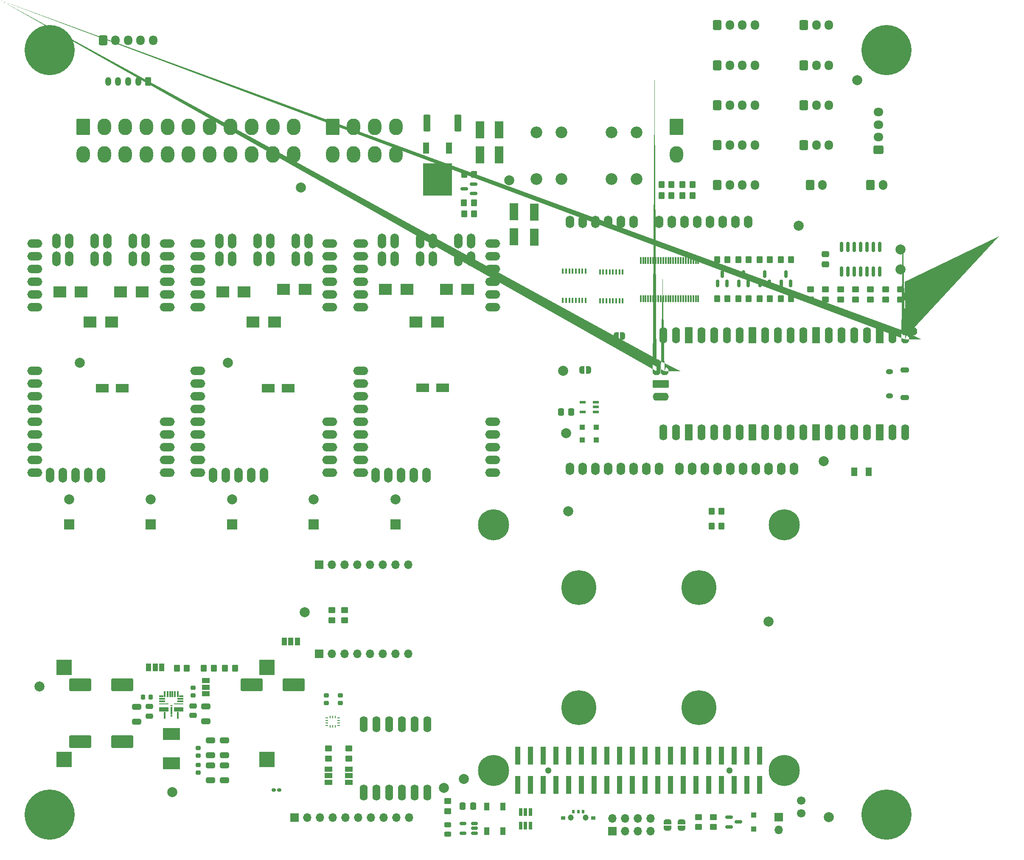
<source format=gbr>
%TF.GenerationSoftware,KiCad,Pcbnew,7.0.11+1*%
%TF.CreationDate,2024-04-25T18:59:41+00:00*%
%TF.ProjectId,OpenMowerMainboard,4f70656e-4d6f-4776-9572-4d61696e626f,rev?*%
%TF.SameCoordinates,Original*%
%TF.FileFunction,Soldermask,Top*%
%TF.FilePolarity,Negative*%
%FSLAX46Y46*%
G04 Gerber Fmt 4.6, Leading zero omitted, Abs format (unit mm)*
G04 Created by KiCad (PCBNEW 7.0.11+1) date 2024-04-25 18:59:41*
%MOMM*%
%LPD*%
G01*
G04 APERTURE LIST*
G04 Aperture macros list*
%AMRoundRect*
0 Rectangle with rounded corners*
0 $1 Rounding radius*
0 $2 $3 $4 $5 $6 $7 $8 $9 X,Y pos of 4 corners*
0 Add a 4 corners polygon primitive as box body*
4,1,4,$2,$3,$4,$5,$6,$7,$8,$9,$2,$3,0*
0 Add four circle primitives for the rounded corners*
1,1,$1+$1,$2,$3*
1,1,$1+$1,$4,$5*
1,1,$1+$1,$6,$7*
1,1,$1+$1,$8,$9*
0 Add four rect primitives between the rounded corners*
20,1,$1+$1,$2,$3,$4,$5,0*
20,1,$1+$1,$4,$5,$6,$7,0*
20,1,$1+$1,$6,$7,$8,$9,0*
20,1,$1+$1,$8,$9,$2,$3,0*%
%AMFreePoly0*
4,1,19,0.500000,-0.750000,0.000000,-0.750000,0.000000,-0.744911,-0.071157,-0.744911,-0.207708,-0.704816,-0.327430,-0.627875,-0.420627,-0.520320,-0.479746,-0.390866,-0.500000,-0.250000,-0.500000,0.250000,-0.479746,0.390866,-0.420627,0.520320,-0.327430,0.627875,-0.207708,0.704816,-0.071157,0.744911,0.000000,0.744911,0.000000,0.750000,0.500000,0.750000,0.500000,-0.750000,0.500000,-0.750000,
$1*%
%AMFreePoly1*
4,1,19,0.000000,0.744911,0.071157,0.744911,0.207708,0.704816,0.327430,0.627875,0.420627,0.520320,0.479746,0.390866,0.500000,0.250000,0.500000,-0.250000,0.479746,-0.390866,0.420627,-0.520320,0.327430,-0.627875,0.207708,-0.704816,0.071157,-0.744911,0.000000,-0.744911,0.000000,-0.750000,-0.500000,-0.750000,-0.500000,0.750000,0.000000,0.750000,0.000000,0.744911,0.000000,0.744911,
$1*%
%AMFreePoly2*
4,1,58,1.881242,0.792533,1.914585,0.788777,1.924216,0.782725,1.935306,0.780194,1.961541,0.759271,1.989950,0.741421,2.341421,0.389950,2.359271,0.361541,2.380194,0.335306,2.382725,0.324216,2.388777,0.314585,2.392533,0.281242,2.400000,0.248529,2.400000,-0.248529,2.392533,-0.281242,2.388777,-0.314585,2.382725,-0.324216,2.380194,-0.335306,2.359271,-0.361541,2.341421,-0.389950,
1.989950,-0.741421,1.961541,-0.759271,1.935306,-0.780194,1.924216,-0.782725,1.914585,-0.788777,1.881242,-0.792533,1.848529,-0.800000,0.000000,-0.800000,-0.248529,-0.800000,-0.281242,-0.792533,-0.314585,-0.788777,-0.324216,-0.782725,-0.335306,-0.780194,-0.361541,-0.759271,-0.389950,-0.741421,-0.741421,-0.389950,-0.759271,-0.361541,-0.780194,-0.335306,-0.782725,-0.324216,-0.788777,-0.314585,
-0.792533,-0.281242,-0.800000,-0.248529,-0.800000,0.248529,-0.792533,0.281242,-0.788777,0.314585,-0.782725,0.324216,-0.780194,0.335306,-0.759271,0.361541,-0.741421,0.389950,-0.389950,0.741421,-0.361541,0.759271,-0.335306,0.780194,-0.324216,0.782725,-0.314585,0.788777,-0.281242,0.792533,-0.248529,0.800000,1.848529,0.800000,1.881242,0.792533,1.881242,0.792533,$1*%
%AMFreePoly3*
4,1,58,0.281242,0.792533,0.314585,0.788777,0.324216,0.782725,0.335306,0.780194,0.361541,0.759271,0.389950,0.741421,0.741421,0.389950,0.759271,0.361541,0.780194,0.335306,0.782725,0.324216,0.788777,0.314585,0.792533,0.281242,0.800000,0.248529,0.800000,-0.248529,0.792533,-0.281242,0.788777,-0.314585,0.782725,-0.324216,0.780194,-0.335306,0.759271,-0.361541,0.741421,-0.389950,
0.389950,-0.741421,0.361541,-0.759271,0.335306,-0.780194,0.324216,-0.782725,0.314585,-0.788777,0.281242,-0.792533,0.248529,-0.800000,0.000000,-0.800000,-0.248529,-0.800000,-0.281242,-0.792533,-0.314585,-0.788777,-0.324216,-0.782725,-0.335306,-0.780194,-0.361541,-0.759271,-0.389950,-0.741421,-0.741421,-0.389950,-0.759271,-0.361541,-0.780194,-0.335306,-0.782725,-0.324216,-0.788777,-0.314585,
-0.792533,-0.281242,-0.800000,-0.248529,-0.800000,0.248529,-0.792533,0.281242,-0.788777,0.314585,-0.782725,0.324216,-0.780194,0.335306,-0.759271,0.361541,-0.741421,0.389950,-0.389950,0.741421,-0.361541,0.759271,-0.335306,0.780194,-0.324216,0.782725,-0.314585,0.788777,-0.281242,0.792533,-0.248529,0.800000,0.248529,0.800000,0.281242,0.792533,0.281242,0.792533,$1*%
%AMFreePoly4*
4,1,58,0.281242,2.392533,0.314585,2.388777,0.324216,2.382725,0.335306,2.380194,0.361541,2.359271,0.389950,2.341421,0.741421,1.989950,0.759271,1.961541,0.780194,1.935306,0.782725,1.924216,0.788777,1.914585,0.792533,1.881242,0.800000,1.848529,0.800000,-0.248529,0.792533,-0.281242,0.788777,-0.314585,0.782725,-0.324216,0.780194,-0.335306,0.759271,-0.361541,0.741421,-0.389950,
0.389950,-0.741421,0.361541,-0.759271,0.335306,-0.780194,0.324216,-0.782725,0.314585,-0.788777,0.281242,-0.792533,0.248529,-0.800000,0.000000,-0.800000,-0.248529,-0.800000,-0.281242,-0.792533,-0.314585,-0.788777,-0.324216,-0.782725,-0.335306,-0.780194,-0.361541,-0.759271,-0.389950,-0.741421,-0.741421,-0.389950,-0.759271,-0.361541,-0.780194,-0.335306,-0.782725,-0.324216,-0.788777,-0.314585,
-0.792533,-0.281242,-0.800000,-0.248529,-0.800000,1.848529,-0.792533,1.881242,-0.788777,1.914585,-0.782725,1.924216,-0.780194,1.935306,-0.759271,1.961541,-0.741421,1.989950,-0.389950,2.341421,-0.361541,2.359271,-0.335306,2.380194,-0.324216,2.382725,-0.314585,2.388777,-0.281242,2.392533,-0.248529,2.400000,0.248529,2.400000,0.281242,2.392533,0.281242,2.392533,$1*%
G04 Aperture macros list end*
%ADD10RoundRect,0.250001X-1.099999X-1.399999X1.099999X-1.399999X1.099999X1.399999X-1.099999X1.399999X0*%
%ADD11O,2.700000X3.300000*%
%ADD12RoundRect,0.250000X-0.600000X-0.725000X0.600000X-0.725000X0.600000X0.725000X-0.600000X0.725000X0*%
%ADD13O,1.700000X1.950000*%
%ADD14RoundRect,0.249999X0.350001X0.625001X-0.350001X0.625001X-0.350001X-0.625001X0.350001X-0.625001X0*%
%ADD15O,1.200000X1.750000*%
%ADD16C,0.900000*%
%ADD17C,10.000000*%
%ADD18R,1.800000X3.500000*%
%ADD19C,2.000000*%
%ADD20O,3.000000X1.700000*%
%ADD21O,1.700000X3.000000*%
%ADD22R,0.400000X1.000000*%
%ADD23RoundRect,0.250000X-0.450000X0.350000X-0.450000X-0.350000X0.450000X-0.350000X0.450000X0.350000X0*%
%ADD24RoundRect,0.225000X-0.250000X0.225000X-0.250000X-0.225000X0.250000X-0.225000X0.250000X0.225000X0*%
%ADD25RoundRect,0.150000X-0.587500X-0.150000X0.587500X-0.150000X0.587500X0.150000X-0.587500X0.150000X0*%
%ADD26RoundRect,0.250000X0.350000X0.450000X-0.350000X0.450000X-0.350000X-0.450000X0.350000X-0.450000X0*%
%ADD27RoundRect,0.250000X-0.350000X-0.450000X0.350000X-0.450000X0.350000X0.450000X-0.350000X0.450000X0*%
%ADD28R,0.475000X0.250000*%
%ADD29R,0.250000X0.475000*%
%ADD30RoundRect,0.250000X-0.337500X-0.475000X0.337500X-0.475000X0.337500X0.475000X-0.337500X0.475000X0*%
%ADD31R,2.000000X2.000000*%
%ADD32RoundRect,0.243750X-0.456250X0.243750X-0.456250X-0.243750X0.456250X-0.243750X0.456250X0.243750X0*%
%ADD33RoundRect,0.250000X0.450000X-0.350000X0.450000X0.350000X-0.450000X0.350000X-0.450000X-0.350000X0*%
%ADD34C,6.950000*%
%ADD35RoundRect,0.150000X0.512500X0.150000X-0.512500X0.150000X-0.512500X-0.150000X0.512500X-0.150000X0*%
%ADD36RoundRect,0.250000X1.950000X1.000000X-1.950000X1.000000X-1.950000X-1.000000X1.950000X-1.000000X0*%
%ADD37C,2.350000*%
%ADD38RoundRect,0.225000X0.250000X-0.225000X0.250000X0.225000X-0.250000X0.225000X-0.250000X-0.225000X0*%
%ADD39R,1.000000X1.500000*%
%ADD40R,1.100000X1.100000*%
%ADD41R,1.700000X1.700000*%
%ADD42O,1.700000X1.700000*%
%ADD43R,1.500000X1.000000*%
%ADD44RoundRect,0.250000X0.650000X-0.325000X0.650000X0.325000X-0.650000X0.325000X-0.650000X-0.325000X0*%
%ADD45R,2.500000X2.300000*%
%ADD46R,3.429000X2.413000*%
%ADD47R,2.500000X1.800000*%
%ADD48RoundRect,0.250000X-0.475000X0.337500X-0.475000X-0.337500X0.475000X-0.337500X0.475000X0.337500X0*%
%ADD49RoundRect,0.150000X0.150000X-0.587500X0.150000X0.587500X-0.150000X0.587500X-0.150000X-0.587500X0*%
%ADD50R,3.048000X3.048000*%
%ADD51C,6.200000*%
%ADD52C,1.300000*%
%ADD53R,1.020000X3.600000*%
%ADD54FreePoly0,180.000000*%
%ADD55FreePoly1,180.000000*%
%ADD56RoundRect,0.250000X-0.650000X0.325000X-0.650000X-0.325000X0.650000X-0.325000X0.650000X0.325000X0*%
%ADD57R,0.650000X1.560000*%
%ADD58R,1.190000X1.730000*%
%ADD59RoundRect,0.250000X-0.600000X-0.750000X0.600000X-0.750000X0.600000X0.750000X-0.600000X0.750000X0*%
%ADD60O,1.700000X2.000000*%
%ADD61RoundRect,0.250000X-1.950000X-1.000000X1.950000X-1.000000X1.950000X1.000000X-1.950000X1.000000X0*%
%ADD62R,0.300000X1.425000*%
%ADD63R,1.150000X0.600000*%
%ADD64RoundRect,0.225000X0.225000X0.250000X-0.225000X0.250000X-0.225000X-0.250000X0.225000X-0.250000X0*%
%ADD65RoundRect,0.250000X0.725000X-0.600000X0.725000X0.600000X-0.725000X0.600000X-0.725000X-0.600000X0*%
%ADD66O,1.950000X1.700000*%
%ADD67C,1.200000*%
%ADD68R,0.600000X0.700000*%
%ADD69R,0.900000X0.700000*%
%ADD70RoundRect,0.250000X-0.475000X0.250000X-0.475000X-0.250000X0.475000X-0.250000X0.475000X0.250000X0*%
%ADD71R,1.200000X2.200000*%
%ADD72R,5.800000X6.400000*%
%ADD73O,1.800000X1.100000*%
%ADD74O,1.450000X1.050000*%
%ADD75FreePoly2,270.000000*%
%ADD76FreePoly3,270.000000*%
%ADD77O,1.600000X3.200000*%
%ADD78C,1.600000*%
%ADD79RoundRect,0.200000X-0.600000X1.400000X-0.600000X-1.400000X0.600000X-1.400000X0.600000X1.400000X0*%
%ADD80RoundRect,0.200000X-0.600000X0.600000X-0.600000X-0.600000X0.600000X-0.600000X0.600000X0.600000X0*%
%ADD81FreePoly4,270.000000*%
%ADD82RoundRect,0.200000X-1.400000X0.600000X-1.400000X-0.600000X1.400000X-0.600000X1.400000X0.600000X0*%
%ADD83O,3.200000X1.600000*%
%ADD84RoundRect,0.160000X0.222500X0.160000X-0.222500X0.160000X-0.222500X-0.160000X0.222500X-0.160000X0*%
%ADD85C,1.700000*%
%ADD86FreePoly0,90.000000*%
%ADD87FreePoly1,90.000000*%
%ADD88RoundRect,0.250000X0.337500X0.475000X-0.337500X0.475000X-0.337500X-0.475000X0.337500X-0.475000X0*%
%ADD89R,0.412500X0.300000*%
%ADD90R,0.875000X0.300000*%
%ADD91R,0.400500X0.250000*%
%ADD92R,1.525000X0.250000*%
%ADD93R,0.400500X0.950000*%
%ADD94R,1.525000X0.950000*%
%ADD95R,0.450000X0.600000*%
%ADD96R,0.450000X0.825000*%
%ADD97R,0.300000X1.650000*%
%ADD98R,0.300000X0.425000*%
%ADD99R,0.450000X0.850000*%
%ADD100R,0.450000X0.412500*%
%ADD101R,0.450000X0.875000*%
%ADD102R,0.300000X0.412500*%
%ADD103R,0.300000X0.875000*%
%ADD104R,0.400000X0.350000*%
%ADD105R,0.500000X0.350000*%
%ADD106R,0.600000X0.250000*%
%ADD107R,0.400000X0.349998*%
%ADD108RoundRect,0.249999X0.450001X1.425001X-0.450001X1.425001X-0.450001X-1.425001X0.450001X-1.425001X0*%
%ADD109RoundRect,0.150000X0.150000X-0.825000X0.150000X0.825000X-0.150000X0.825000X-0.150000X-0.825000X0*%
%ADD110O,1.727200X2.500000*%
%ADD111RoundRect,0.150000X0.587500X0.150000X-0.587500X0.150000X-0.587500X-0.150000X0.587500X-0.150000X0*%
G04 APERTURE END LIST*
D10*
%TO.C,J1*%
X33250000Y-45250000D03*
D11*
X37450000Y-45250000D03*
X41650000Y-45250000D03*
X45850000Y-45250000D03*
X50050000Y-45250000D03*
X54250000Y-45250000D03*
X58450000Y-45250000D03*
X62650000Y-45250000D03*
X66850000Y-45250000D03*
X71050000Y-45250000D03*
X75250000Y-45250000D03*
X33250000Y-50750000D03*
X37450000Y-50750000D03*
X41650000Y-50750000D03*
X45850000Y-50750000D03*
X50050000Y-50750000D03*
X54250000Y-50750000D03*
X58450000Y-50750000D03*
X62650000Y-50750000D03*
X66850000Y-50750000D03*
X71050000Y-50750000D03*
X75250000Y-50750000D03*
%TD*%
D10*
%TO.C,J2*%
X83000000Y-45250000D03*
D11*
X87200000Y-45250000D03*
X91400000Y-45250000D03*
X95600000Y-45250000D03*
X83000000Y-50750000D03*
X87200000Y-50750000D03*
X91400000Y-50750000D03*
X95600000Y-50750000D03*
%TD*%
D10*
%TO.C,J3*%
X151600000Y-45250000D03*
D11*
X151600000Y-50750000D03*
%TD*%
D12*
%TO.C,J13*%
X177000000Y-40935000D03*
D13*
X179500000Y-40935000D03*
X182000000Y-40935000D03*
%TD*%
D12*
%TO.C,J14*%
X177000000Y-48902500D03*
D13*
X179500000Y-48902500D03*
X182000000Y-48902500D03*
%TD*%
D12*
%TO.C,J5*%
X159750000Y-25000000D03*
D13*
X162250000Y-25000000D03*
X164750000Y-25000000D03*
X167250000Y-25000000D03*
%TD*%
D12*
%TO.C,J6*%
X159750000Y-32967500D03*
D13*
X162250000Y-32967500D03*
X164750000Y-32967500D03*
X167250000Y-32967500D03*
%TD*%
D12*
%TO.C,J7*%
X159750000Y-40935000D03*
D13*
X162250000Y-40935000D03*
X164750000Y-40935000D03*
X167250000Y-40935000D03*
%TD*%
D12*
%TO.C,J8*%
X159750000Y-48902500D03*
D13*
X162250000Y-48902500D03*
X164750000Y-48902500D03*
X167250000Y-48902500D03*
%TD*%
D12*
%TO.C,J9*%
X159750000Y-56870000D03*
D13*
X162250000Y-56870000D03*
X164750000Y-56870000D03*
X167250000Y-56870000D03*
%TD*%
D12*
%TO.C,J12*%
X177000000Y-32967500D03*
D13*
X179500000Y-32967500D03*
X182000000Y-32967500D03*
%TD*%
D14*
%TO.C,J10*%
X46196000Y-36195000D03*
D15*
X44196000Y-36195000D03*
X42196000Y-36195000D03*
X40196000Y-36195000D03*
X38196000Y-36195000D03*
%TD*%
D12*
%TO.C,J11*%
X177000000Y-25000000D03*
D13*
X179500000Y-25000000D03*
X182000000Y-25000000D03*
%TD*%
D16*
%TO.C,H1*%
X22750000Y-30000000D03*
X23848350Y-27348350D03*
X23848350Y-32651650D03*
X26500000Y-26250000D03*
D17*
X26500000Y-30000000D03*
D16*
X26500000Y-33750000D03*
X29151650Y-27348350D03*
X29151650Y-32651650D03*
X30250000Y-30000000D03*
%TD*%
%TO.C,H2*%
X22750000Y-182500000D03*
X23848350Y-179848350D03*
X23848350Y-185151650D03*
X26500000Y-178750000D03*
D17*
X26500000Y-182500000D03*
D16*
X26500000Y-186250000D03*
X29151650Y-179848350D03*
X29151650Y-185151650D03*
X30250000Y-182500000D03*
%TD*%
%TO.C,H3*%
X189750000Y-30000000D03*
X190848350Y-27348350D03*
X190848350Y-32651650D03*
X193500000Y-26250000D03*
D17*
X193500000Y-30000000D03*
D16*
X193500000Y-33750000D03*
X196151650Y-27348350D03*
X196151650Y-32651650D03*
X197250000Y-30000000D03*
%TD*%
%TO.C,H4*%
X189750000Y-182500000D03*
X190848350Y-179848350D03*
X190848350Y-185151650D03*
X193500000Y-178750000D03*
D17*
X193500000Y-182500000D03*
D16*
X193500000Y-186250000D03*
X196151650Y-179848350D03*
X196151650Y-185151650D03*
X197250000Y-182500000D03*
%TD*%
D18*
%TO.C,D15*%
X123250000Y-67300000D03*
X123250000Y-62300000D03*
%TD*%
D19*
%TO.C,FID16*%
X118200000Y-55950000D03*
%TD*%
D20*
%TO.C,U5*%
X56060000Y-111775000D03*
X56060000Y-109235000D03*
X56060000Y-104155000D03*
X56060000Y-101615000D03*
X56060000Y-99075000D03*
X56060000Y-106695000D03*
X56060000Y-76215000D03*
X82460000Y-76215000D03*
X56060000Y-73675000D03*
X82460000Y-73675000D03*
X56060000Y-96535000D03*
D21*
X59100000Y-114815000D03*
X61640000Y-114815000D03*
X66720000Y-114815000D03*
X69260000Y-114815000D03*
D20*
X82460000Y-114315000D03*
X82460000Y-111775000D03*
X82460000Y-109235000D03*
X82460000Y-106695000D03*
X56060000Y-114315000D03*
D21*
X64180000Y-114815000D03*
D20*
X82460000Y-104155000D03*
X56060000Y-93995000D03*
X56060000Y-71135000D03*
X82460000Y-71135000D03*
X56060000Y-68595000D03*
X82460000Y-68595000D03*
D21*
X75610000Y-71635000D03*
X78150000Y-71635000D03*
X75610000Y-68095000D03*
X78150000Y-68095000D03*
X67990000Y-71635000D03*
X70530000Y-71635000D03*
X67990000Y-68095000D03*
X70530000Y-68095000D03*
D20*
X56060000Y-81295000D03*
X82460000Y-81295000D03*
X56060000Y-78755000D03*
X82460000Y-78755000D03*
D21*
X60370000Y-71635000D03*
X62910000Y-71635000D03*
X60370000Y-68095000D03*
X62910000Y-68095000D03*
%TD*%
D22*
%TO.C,U9*%
X128925000Y-79900000D03*
X129575000Y-79900000D03*
X130225000Y-79900000D03*
X130875000Y-79900000D03*
X131525000Y-79900000D03*
X132175000Y-79900000D03*
X132825000Y-79900000D03*
X133475000Y-79900000D03*
X133475000Y-74100000D03*
X132825000Y-74100000D03*
X132175000Y-74100000D03*
X131525000Y-74100000D03*
X130875000Y-74100000D03*
X130225000Y-74100000D03*
X129575000Y-74100000D03*
X128925000Y-74100000D03*
%TD*%
D23*
%TO.C,R5*%
X159000000Y-183000000D03*
X159000000Y-185000000D03*
%TD*%
D24*
%TO.C,C19*%
X56200000Y-172625000D03*
X56200000Y-174175000D03*
%TD*%
D25*
%TO.C,Q3*%
X162062500Y-183050000D03*
X162062500Y-184950000D03*
X163937500Y-184000000D03*
%TD*%
D26*
%TO.C,R41*%
X154800000Y-56800000D03*
X152800000Y-56800000D03*
%TD*%
D27*
%TO.C,R26*%
X109220000Y-62650000D03*
X111220000Y-62650000D03*
%TD*%
D28*
%TO.C,AC1201*%
X84162500Y-164750000D03*
X84162500Y-164250000D03*
X84162500Y-163750000D03*
X84162500Y-163250000D03*
D29*
X83500000Y-163087500D03*
X83000000Y-163087500D03*
X82500000Y-163087500D03*
D28*
X81837500Y-163250000D03*
X81837500Y-163750000D03*
X81837500Y-164250000D03*
X81837500Y-164750000D03*
D29*
X82500000Y-164912500D03*
X83000000Y-164912500D03*
X83500000Y-164912500D03*
%TD*%
D19*
%TO.C,FID6*%
X130000000Y-122000000D03*
%TD*%
D30*
%TO.C,C25*%
X108962500Y-180800000D03*
X111037500Y-180800000D03*
%TD*%
D31*
%TO.C,C3*%
X79235005Y-124612400D03*
D19*
X79235005Y-119612400D03*
%TD*%
D32*
%TO.C,D23*%
X106000000Y-184522500D03*
X106000000Y-186397500D03*
%TD*%
D33*
%TO.C,R14*%
X86223200Y-171352000D03*
X86223200Y-169352000D03*
%TD*%
D34*
%TO.C,MH6*%
X132100000Y-161200000D03*
%TD*%
D35*
%TO.C,U7*%
X111307500Y-186220000D03*
X111307500Y-185270000D03*
X111307500Y-184320000D03*
X109032500Y-184320000D03*
X109032500Y-186220000D03*
%TD*%
D36*
%TO.C,C10*%
X41000000Y-168000000D03*
X32600000Y-168000000D03*
%TD*%
D37*
%TO.C,F4*%
X123675000Y-55700000D03*
X128675000Y-55700000D03*
X138675000Y-55700000D03*
X143675000Y-55700000D03*
%TD*%
D26*
%TO.C,R40*%
X150600000Y-56800000D03*
X148600000Y-56800000D03*
%TD*%
D38*
%TO.C,C24*%
X81750000Y-160275000D03*
X81750000Y-158725000D03*
%TD*%
D33*
%TO.C,R50*%
X196320000Y-79720000D03*
X196320000Y-77720000D03*
%TD*%
D39*
%TO.C,JP1*%
X75946000Y-147980400D03*
X74646000Y-147980400D03*
X73346000Y-147980400D03*
%TD*%
D26*
%TO.C,R43*%
X154800000Y-59000000D03*
X152800000Y-59000000D03*
%TD*%
D23*
%TO.C,R13*%
X85344000Y-141748000D03*
X85344000Y-143748000D03*
%TD*%
D40*
%TO.C,D14*%
X132800000Y-107800000D03*
X135600000Y-107800000D03*
%TD*%
D31*
%TO.C,C2*%
X30428020Y-124612400D03*
D19*
X30428020Y-119612400D03*
%TD*%
D20*
%TO.C,U4*%
X23560000Y-111775000D03*
X23560000Y-109235000D03*
X23560000Y-104155000D03*
X23560000Y-101615000D03*
X23560000Y-99075000D03*
X23560000Y-106695000D03*
X23560000Y-76215000D03*
X49960000Y-76215000D03*
X23560000Y-73675000D03*
X49960000Y-73675000D03*
X23560000Y-96535000D03*
D21*
X26600000Y-114815000D03*
X29140000Y-114815000D03*
X34220000Y-114815000D03*
X36760000Y-114815000D03*
D20*
X49960000Y-114315000D03*
X49960000Y-111775000D03*
X49960000Y-109235000D03*
X49960000Y-106695000D03*
X23560000Y-114315000D03*
D21*
X31680000Y-114815000D03*
D20*
X49960000Y-104155000D03*
X23560000Y-93995000D03*
X23560000Y-71135000D03*
X49960000Y-71135000D03*
X23560000Y-68595000D03*
X49960000Y-68595000D03*
D21*
X43110000Y-71635000D03*
X45650000Y-71635000D03*
X43110000Y-68095000D03*
X45650000Y-68095000D03*
X35490000Y-71635000D03*
X38030000Y-71635000D03*
X35490000Y-68095000D03*
X38030000Y-68095000D03*
D20*
X23560000Y-81295000D03*
X49960000Y-81295000D03*
X23560000Y-78755000D03*
X49960000Y-78755000D03*
D21*
X27870000Y-71635000D03*
X30410000Y-71635000D03*
X27870000Y-68095000D03*
X30410000Y-68095000D03*
%TD*%
D41*
%TO.C,J20*%
X75392200Y-183083200D03*
D42*
X77932200Y-183083200D03*
X80472200Y-183083200D03*
X83012200Y-183083200D03*
X85552200Y-183083200D03*
X88092200Y-183083200D03*
X90632200Y-183083200D03*
X93172200Y-183083200D03*
X95712200Y-183083200D03*
X98252200Y-183083200D03*
%TD*%
D27*
%TO.C,R15*%
X168216666Y-79600000D03*
X170216666Y-79600000D03*
%TD*%
D34*
%TO.C,MH7*%
X132100000Y-137200000D03*
%TD*%
D19*
%TO.C,FID5*%
X182000000Y-183000000D03*
%TD*%
D23*
%TO.C,R48*%
X193320000Y-77720000D03*
X193320000Y-79720000D03*
%TD*%
D36*
%TO.C,C9*%
X41000000Y-156600000D03*
X32600000Y-156600000D03*
%TD*%
D38*
%TO.C,C18*%
X56200000Y-170775000D03*
X56200000Y-169225000D03*
%TD*%
D19*
%TO.C,FID11*%
X77414800Y-142183200D03*
%TD*%
D43*
%TO.C,JP10*%
X82163200Y-173452000D03*
X82163200Y-174752000D03*
X82163200Y-176052000D03*
%TD*%
D44*
%TO.C,C16*%
X58600000Y-170675000D03*
X58600000Y-167725000D03*
%TD*%
D45*
%TO.C,D7*%
X73175000Y-77750000D03*
X77475000Y-77750000D03*
%TD*%
D46*
%TO.C,L1*%
X50800000Y-166479000D03*
X50800000Y-172321000D03*
%TD*%
D47*
%TO.C,D19*%
X70150000Y-97400000D03*
X74150000Y-97400000D03*
%TD*%
D45*
%TO.C,D5*%
X28545000Y-78250000D03*
X32845000Y-78250000D03*
%TD*%
D20*
%TO.C,U6*%
X88560000Y-111775000D03*
X88560000Y-109235000D03*
X88560000Y-104155000D03*
X88560000Y-101615000D03*
X88560000Y-99075000D03*
X88560000Y-106695000D03*
X88560000Y-76215000D03*
X114960000Y-76215000D03*
X88560000Y-73675000D03*
X114960000Y-73675000D03*
X88560000Y-96535000D03*
D21*
X91600000Y-114815000D03*
X94140000Y-114815000D03*
X99220000Y-114815000D03*
X101760000Y-114815000D03*
D20*
X114960000Y-114315000D03*
X114960000Y-111775000D03*
X114960000Y-109235000D03*
X114960000Y-106695000D03*
X88560000Y-114315000D03*
D21*
X96680000Y-114815000D03*
D20*
X114960000Y-104155000D03*
X88560000Y-93995000D03*
X88560000Y-71135000D03*
X114960000Y-71135000D03*
X88560000Y-68595000D03*
X114960000Y-68595000D03*
D21*
X108110000Y-71635000D03*
X110650000Y-71635000D03*
X108110000Y-68095000D03*
X110650000Y-68095000D03*
X100490000Y-71635000D03*
X103030000Y-71635000D03*
X100490000Y-68095000D03*
X103030000Y-68095000D03*
D20*
X88560000Y-81295000D03*
X114960000Y-81295000D03*
X88560000Y-78755000D03*
X114960000Y-78755000D03*
D21*
X92870000Y-71635000D03*
X95410000Y-71635000D03*
X92870000Y-68095000D03*
X95410000Y-68095000D03*
%TD*%
D45*
%TO.C,D9*%
X67100000Y-84250000D03*
X71400000Y-84250000D03*
%TD*%
D26*
%TO.C,R11*%
X59300000Y-153300000D03*
X57300000Y-153300000D03*
%TD*%
D33*
%TO.C,R7*%
X82854800Y-143748000D03*
X82854800Y-141748000D03*
%TD*%
D34*
%TO.C,MH5*%
X156100000Y-161200000D03*
%TD*%
D40*
%TO.C,D13*%
X135600000Y-105200000D03*
X132800000Y-105200000D03*
%TD*%
D33*
%TO.C,R44*%
X187320000Y-79720000D03*
X187320000Y-77720000D03*
%TD*%
D26*
%TO.C,R12*%
X63500000Y-153300000D03*
X61500000Y-153300000D03*
%TD*%
D37*
%TO.C,F2*%
X123675000Y-46350000D03*
X128675000Y-46350000D03*
X138675000Y-46350000D03*
X143675000Y-46350000D03*
%TD*%
D31*
%TO.C,C6*%
X46697015Y-124612400D03*
D19*
X46697015Y-119612400D03*
%TD*%
D22*
%TO.C,U10*%
X136325000Y-80000000D03*
X136975000Y-80000000D03*
X137625000Y-80000000D03*
X138275000Y-80000000D03*
X138925000Y-80000000D03*
X139575000Y-80000000D03*
X140225000Y-80000000D03*
X140875000Y-80000000D03*
X140875000Y-74200000D03*
X140225000Y-74200000D03*
X139575000Y-74200000D03*
X138925000Y-74200000D03*
X138275000Y-74200000D03*
X137625000Y-74200000D03*
X136975000Y-74200000D03*
X136325000Y-74200000D03*
%TD*%
D47*
%TO.C,D20*%
X100950000Y-97350000D03*
X104950000Y-97350000D03*
%TD*%
D48*
%TO.C,C5*%
X181320000Y-70682500D03*
X181320000Y-72757500D03*
%TD*%
D19*
%TO.C,FID1*%
X105200000Y-177200000D03*
%TD*%
%TO.C,FID9*%
X109200000Y-175400000D03*
%TD*%
D49*
%TO.C,Q16*%
X172499999Y-76537500D03*
X174399999Y-76537500D03*
X173449999Y-74662500D03*
%TD*%
D12*
%TO.C,J4*%
X37200000Y-28000000D03*
D13*
X39700000Y-28000000D03*
X42200000Y-28000000D03*
X44700000Y-28000000D03*
X47200000Y-28000000D03*
%TD*%
D50*
%TO.C,U1*%
X29450000Y-171524000D03*
X29450000Y-153124000D03*
X69850000Y-153124000D03*
X69850000Y-171524000D03*
%TD*%
D19*
%TO.C,FID10*%
X62100000Y-92400000D03*
%TD*%
D51*
%TO.C,MH3*%
X115100000Y-124700000D03*
%TD*%
D52*
%TO.C,J21*%
X126000000Y-173700000D03*
X162200000Y-173700000D03*
D53*
X119970000Y-170800000D03*
X119970000Y-176600000D03*
X122510000Y-170800000D03*
X122510000Y-176600000D03*
X125050000Y-170800000D03*
X125050000Y-176600000D03*
X127590000Y-170800000D03*
X127590000Y-176600000D03*
X130130000Y-170800000D03*
X130130000Y-176600000D03*
X132670000Y-170800000D03*
X132670000Y-176600000D03*
X135210000Y-170800000D03*
X135210000Y-176600000D03*
X137750000Y-170800000D03*
X137750000Y-176600000D03*
X140290000Y-170800000D03*
X140290000Y-176600000D03*
X142830000Y-170800000D03*
X142830000Y-176600000D03*
X145370000Y-170800000D03*
X145370000Y-176600000D03*
X147910000Y-170800000D03*
X147910000Y-176600000D03*
X150450000Y-170800000D03*
X150450000Y-176600000D03*
X152990000Y-170800000D03*
X152990000Y-176600000D03*
X155530000Y-170800000D03*
X155530000Y-176600000D03*
X158070000Y-170800000D03*
X158070000Y-176600000D03*
X160610000Y-170800000D03*
X160610000Y-176600000D03*
X163150000Y-170800000D03*
X163150000Y-176600000D03*
X165690000Y-170800000D03*
X165690000Y-176600000D03*
X168230000Y-170800000D03*
X168230000Y-176600000D03*
%TD*%
D54*
%TO.C,JP6*%
X134050000Y-93800000D03*
D55*
X132750000Y-93800000D03*
%TD*%
D23*
%TO.C,R46*%
X181320000Y-77720000D03*
X181320000Y-79720000D03*
%TD*%
D27*
%TO.C,R2*%
X158600000Y-122030000D03*
X160600000Y-122030000D03*
%TD*%
%TO.C,R9*%
X163983333Y-79600000D03*
X165983333Y-79600000D03*
%TD*%
%TO.C,R10*%
X163983333Y-71800000D03*
X165983333Y-71800000D03*
%TD*%
D31*
%TO.C,C7*%
X62966010Y-124612400D03*
D19*
X62966010Y-119612400D03*
%TD*%
D27*
%TO.C,R19*%
X172449999Y-79600000D03*
X174449999Y-79600000D03*
%TD*%
D56*
%TO.C,C20*%
X61400000Y-172725000D03*
X61400000Y-175675000D03*
%TD*%
D45*
%TO.C,D10*%
X105675000Y-77750000D03*
X109975000Y-77750000D03*
%TD*%
D57*
%TO.C,U3*%
X122430000Y-182060000D03*
X121480000Y-182060000D03*
X120530000Y-182060000D03*
X120530000Y-184760000D03*
X121480000Y-184760000D03*
X122430000Y-184760000D03*
%TD*%
D23*
%TO.C,R18*%
X106000000Y-179840000D03*
X106000000Y-181840000D03*
%TD*%
D26*
%TO.C,R42*%
X150600000Y-59000000D03*
X148600000Y-59000000D03*
%TD*%
D23*
%TO.C,R49*%
X190320000Y-77720000D03*
X190320000Y-79720000D03*
%TD*%
D31*
%TO.C,C8*%
X95504000Y-124612400D03*
D19*
X95504000Y-119612400D03*
%TD*%
D27*
%TO.C,R16*%
X168216666Y-71800000D03*
X170216666Y-71800000D03*
%TD*%
D56*
%TO.C,C11*%
X57700000Y-160925000D03*
X57700000Y-163875000D03*
%TD*%
D58*
%TO.C,F1*%
X187068800Y-114096800D03*
X189968800Y-114096800D03*
%TD*%
D44*
%TO.C,C22*%
X61400000Y-170675000D03*
X61400000Y-167725000D03*
%TD*%
D59*
%TO.C,J18*%
X190320000Y-56870000D03*
D60*
X192820000Y-56870000D03*
%TD*%
D61*
%TO.C,C23*%
X66800000Y-156600000D03*
X75200000Y-156600000D03*
%TD*%
D51*
%TO.C,MH4*%
X173100000Y-124700000D03*
%TD*%
D43*
%TO.C,JP5*%
X57700000Y-155800000D03*
X57700000Y-157100000D03*
X57700000Y-158400000D03*
%TD*%
D38*
%TO.C,C17*%
X55200000Y-158775000D03*
X55200000Y-157225000D03*
%TD*%
D27*
%TO.C,R27*%
X109170000Y-60450000D03*
X111170000Y-60450000D03*
%TD*%
D33*
%TO.C,R4*%
X156000000Y-185000000D03*
X156000000Y-183000000D03*
%TD*%
D62*
%TO.C,IC1*%
X155950000Y-71988000D03*
X155450000Y-71988000D03*
X154950000Y-71988000D03*
X154450000Y-71988000D03*
X153950000Y-71988000D03*
X153450000Y-71988000D03*
X152950000Y-71988000D03*
X152450000Y-71988000D03*
X151950000Y-71988000D03*
X151450000Y-71988000D03*
X150950000Y-71988000D03*
X150450000Y-71988000D03*
X149950000Y-71988000D03*
X149450000Y-71988000D03*
X148950000Y-71988000D03*
X148450000Y-71988000D03*
X147950000Y-71988000D03*
X147450000Y-71988000D03*
X146950000Y-71988000D03*
X146450000Y-71988000D03*
X145950000Y-71988000D03*
X145450000Y-71988000D03*
X144950000Y-71988000D03*
X144450000Y-71988000D03*
X144450000Y-79612000D03*
X144950000Y-79612000D03*
X145450000Y-79612000D03*
X145950000Y-79612000D03*
X146450000Y-79612000D03*
X146950000Y-79612000D03*
X147450000Y-79612000D03*
X147950000Y-79612000D03*
X148450000Y-79612000D03*
X148950000Y-79612000D03*
X149450000Y-79612000D03*
X149950000Y-79612000D03*
X150450000Y-79612000D03*
X150950000Y-79612000D03*
X151450000Y-79612000D03*
X151950000Y-79612000D03*
X152450000Y-79612000D03*
X152950000Y-79612000D03*
X153450000Y-79612000D03*
X153950000Y-79612000D03*
X154450000Y-79612000D03*
X154950000Y-79612000D03*
X155450000Y-79612000D03*
X155950000Y-79612000D03*
%TD*%
D63*
%TO.C,IC2*%
X135500000Y-102150000D03*
X135500000Y-101200000D03*
X135500000Y-100250000D03*
X132900000Y-100250000D03*
X132900000Y-102150000D03*
%TD*%
D59*
%TO.C,J17*%
X178250000Y-56870000D03*
D60*
X180750000Y-56870000D03*
%TD*%
D64*
%TO.C,C15*%
X46675000Y-159100000D03*
X45125000Y-159100000D03*
%TD*%
D49*
%TO.C,Q13*%
X159800000Y-76537500D03*
X161700000Y-76537500D03*
X160750000Y-74662500D03*
%TD*%
D45*
%TO.C,D11*%
X93545000Y-77750000D03*
X97845000Y-77750000D03*
%TD*%
D19*
%TO.C,FID15*%
X24550000Y-156950000D03*
%TD*%
D33*
%TO.C,R17*%
X82159200Y-171352000D03*
X82159200Y-169352000D03*
%TD*%
D27*
%TO.C,R20*%
X172449999Y-71800000D03*
X174449999Y-71800000D03*
%TD*%
D65*
%TO.C,J19*%
X191870000Y-49852500D03*
D66*
X191870000Y-47352500D03*
X191870000Y-44852500D03*
X191870000Y-42352500D03*
%TD*%
D45*
%TO.C,D4*%
X40675000Y-78250000D03*
X44975000Y-78250000D03*
%TD*%
D49*
%TO.C,Q15*%
X168266666Y-76537500D03*
X170166666Y-76537500D03*
X169216666Y-74662500D03*
%TD*%
D19*
%TO.C,FID13*%
X32550000Y-92400000D03*
%TD*%
D67*
%TO.C,SW1*%
X130500000Y-183097500D03*
X133500000Y-183097500D03*
D68*
X131000000Y-181907500D03*
X133000000Y-181907500D03*
D69*
X135000000Y-183167500D03*
X129000000Y-183167500D03*
D68*
X132000000Y-181907500D03*
%TD*%
D70*
%TO.C,C14*%
X55200000Y-160850000D03*
X55200000Y-162750000D03*
%TD*%
D19*
%TO.C,FID12*%
X76650000Y-57400000D03*
%TD*%
D45*
%TO.C,D12*%
X99600000Y-84250000D03*
X103900000Y-84250000D03*
%TD*%
D47*
%TO.C,D18*%
X37000000Y-97400000D03*
X41000000Y-97400000D03*
%TD*%
D51*
%TO.C,MH2*%
X115100000Y-173700000D03*
%TD*%
D45*
%TO.C,D6*%
X34600000Y-84250000D03*
X38900000Y-84250000D03*
%TD*%
D71*
%TO.C,Q6*%
X106230000Y-49480000D03*
D72*
X103950000Y-55780000D03*
D71*
X101670000Y-49480000D03*
%TD*%
D27*
%TO.C,R8*%
X51900000Y-153300000D03*
X53900000Y-153300000D03*
%TD*%
D39*
%TO.C,D25*%
X113785000Y-185805000D03*
X116985000Y-185805000D03*
X116985000Y-180905000D03*
X113785000Y-180905000D03*
%TD*%
D34*
%TO.C,MH8*%
X156100000Y-137200000D03*
%TD*%
D19*
%TO.C,TP5*%
X129600000Y-106400000D03*
%TD*%
D73*
%TO.C,U11*%
X197136544Y-93837104D03*
D74*
X194106544Y-94137104D03*
X194106544Y-98987104D03*
D73*
X197136544Y-99287104D03*
D75*
X197266544Y-86072104D03*
D76*
X197266544Y-87672104D03*
D77*
X194726544Y-86872104D03*
D78*
X194726544Y-87672104D03*
D79*
X192186544Y-86872104D03*
D80*
X192186544Y-87672104D03*
D77*
X189646544Y-86872104D03*
D78*
X189646544Y-87672104D03*
D77*
X187106544Y-86872104D03*
D78*
X187106544Y-87672104D03*
D77*
X184566544Y-86872104D03*
D78*
X184566544Y-87672104D03*
D77*
X182026544Y-86872104D03*
D78*
X182026544Y-87672104D03*
D79*
X179486544Y-86872104D03*
D80*
X179486544Y-87672104D03*
D77*
X176946544Y-86872104D03*
D78*
X176946544Y-87672104D03*
D77*
X174406544Y-86872104D03*
D78*
X174406544Y-87672104D03*
D77*
X171866544Y-86872104D03*
D78*
X171866544Y-87672104D03*
D77*
X169326544Y-86872104D03*
D78*
X169326544Y-87672104D03*
D79*
X166786544Y-86872104D03*
D80*
X166786544Y-87672104D03*
D77*
X164246544Y-86872104D03*
D78*
X164246544Y-87672104D03*
D77*
X161706544Y-86872104D03*
D78*
X161706544Y-87672104D03*
D77*
X159166544Y-86872104D03*
D78*
X159166544Y-87672104D03*
D77*
X156626544Y-86872104D03*
D78*
X156626544Y-87672104D03*
D79*
X154086544Y-86872104D03*
D80*
X154086544Y-87672104D03*
D77*
X151546544Y-86872104D03*
D78*
X151546544Y-87672104D03*
D77*
X149006544Y-86872104D03*
D78*
X149006544Y-87672104D03*
X149006544Y-105452104D03*
D77*
X149006544Y-106252104D03*
D78*
X151546544Y-105452104D03*
D77*
X151546544Y-106252104D03*
D80*
X154086544Y-105452104D03*
D79*
X154086544Y-106252104D03*
D78*
X156626544Y-105452104D03*
D77*
X156626544Y-106252104D03*
D78*
X159166544Y-105452104D03*
D77*
X159166544Y-106252104D03*
D78*
X161706544Y-105452104D03*
D77*
X161706544Y-106252104D03*
D78*
X164246544Y-105452104D03*
D77*
X164246544Y-106252104D03*
D80*
X166786544Y-105452104D03*
D79*
X166786544Y-106252104D03*
D78*
X169326544Y-105452104D03*
D77*
X169326544Y-106252104D03*
D78*
X171866544Y-105452104D03*
D77*
X171866544Y-106252104D03*
D78*
X174406544Y-105452104D03*
D77*
X174406544Y-106252104D03*
D78*
X176946544Y-105452104D03*
D77*
X176946544Y-106252104D03*
D80*
X179486544Y-105452104D03*
D79*
X179486544Y-106252104D03*
D78*
X182026544Y-105452104D03*
D77*
X182026544Y-106252104D03*
D78*
X184566544Y-105452104D03*
D77*
X184566544Y-106252104D03*
D78*
X187106544Y-105452104D03*
D77*
X187106544Y-106252104D03*
D78*
X189646544Y-105452104D03*
D77*
X189646544Y-106252104D03*
D80*
X192186544Y-105452104D03*
D79*
X192186544Y-106252104D03*
D78*
X194726544Y-105452104D03*
D77*
X194726544Y-106252104D03*
D78*
X197266544Y-105452104D03*
D77*
X197266544Y-106252104D03*
D76*
X149236544Y-94022104D03*
D81*
X147636544Y-94022104D03*
D80*
X149236544Y-96562104D03*
D82*
X148436544Y-96562104D03*
D78*
X149236544Y-99102104D03*
D83*
X148436544Y-99102104D03*
%TD*%
D84*
%TO.C,D17*%
X72372500Y-177600000D03*
X71227500Y-177600000D03*
%TD*%
D85*
%TO.C,SW2*%
X176479200Y-182270400D03*
X176479200Y-179730400D03*
%TD*%
D41*
%TO.C,J23*%
X80314800Y-132689600D03*
D42*
X82854800Y-132689600D03*
X85394800Y-132689600D03*
X87934800Y-132689600D03*
X90474800Y-132689600D03*
X93014800Y-132689600D03*
X95554800Y-132689600D03*
X98094800Y-132689600D03*
%TD*%
D27*
%TO.C,R3*%
X159750000Y-79600000D03*
X161750000Y-79600000D03*
%TD*%
D19*
%TO.C,FID4*%
X176000000Y-65000000D03*
%TD*%
D26*
%TO.C,R28*%
X111230000Y-54750000D03*
X109230000Y-54750000D03*
%TD*%
D41*
%TO.C,J16*%
X80314800Y-150469600D03*
D42*
X82854800Y-150469600D03*
X85394800Y-150469600D03*
X87934800Y-150469600D03*
X90474800Y-150469600D03*
X93014800Y-150469600D03*
X95554800Y-150469600D03*
X98094800Y-150469600D03*
%TD*%
D54*
%TO.C,JP9*%
X140850000Y-87000000D03*
D55*
X139550000Y-87000000D03*
%TD*%
D38*
%TO.C,C26*%
X84500000Y-160275000D03*
X84500000Y-158725000D03*
%TD*%
D18*
%TO.C,D2*%
X112400000Y-45900000D03*
X112400000Y-50900000D03*
%TD*%
D19*
%TO.C,FID7*%
X51000000Y-178000000D03*
%TD*%
D86*
%TO.C,JP8*%
X152600000Y-185250000D03*
D87*
X152600000Y-183950000D03*
%TD*%
D88*
%TO.C,C1*%
X130637500Y-102200000D03*
X128562500Y-102200000D03*
%TD*%
D89*
%TO.C,IC3*%
X48556250Y-159450000D03*
D90*
X49188000Y-159450000D03*
D89*
X48556250Y-159950000D03*
D90*
X49188000Y-159950000D03*
D91*
X48550250Y-160450000D03*
D92*
X49513000Y-160450000D03*
D93*
X48550250Y-161500000D03*
D94*
X49513000Y-161500000D03*
D95*
X49475000Y-162275000D03*
D96*
X49475000Y-162987500D03*
D97*
X50800000Y-161750000D03*
D98*
X50800000Y-162787500D03*
D95*
X52125000Y-162275000D03*
D99*
X52125000Y-163000000D03*
D94*
X52087000Y-161500000D03*
D93*
X53049750Y-161500000D03*
D92*
X52087000Y-160450000D03*
D91*
X53049750Y-160450000D03*
D90*
X52412000Y-159950000D03*
D89*
X53043750Y-159950000D03*
D90*
X52412000Y-159450000D03*
D89*
X53043750Y-159450000D03*
D100*
X52125000Y-158031250D03*
D101*
X52125000Y-158663000D03*
D102*
X51550000Y-158031250D03*
D103*
X51550000Y-158663000D03*
D102*
X51050000Y-158031250D03*
D103*
X51050000Y-158663000D03*
D102*
X50550000Y-158031250D03*
D103*
X50550000Y-158663000D03*
D102*
X50050000Y-158031250D03*
D103*
X50050000Y-158663000D03*
D100*
X49475000Y-158031250D03*
D101*
X49475000Y-158663000D03*
D104*
X48550000Y-158925000D03*
D105*
X49000000Y-158925000D03*
D106*
X50800000Y-160800000D03*
D105*
X52600000Y-158925000D03*
D107*
X53050000Y-158925001D03*
%TD*%
D19*
%TO.C,FID14*%
X187650000Y-35950000D03*
%TD*%
D45*
%TO.C,D8*%
X61045000Y-78250000D03*
X65345000Y-78250000D03*
%TD*%
D19*
%TO.C,TP2*%
X196320000Y-69720000D03*
%TD*%
D56*
%TO.C,C21*%
X58600000Y-172725000D03*
X58600000Y-175675000D03*
%TD*%
D41*
%TO.C,J22*%
X138800000Y-185800000D03*
D42*
X138800000Y-183260000D03*
X141340000Y-185800000D03*
X141340000Y-183260000D03*
X143880000Y-185800000D03*
X143880000Y-183260000D03*
X146420000Y-185800000D03*
X146420000Y-183260000D03*
%TD*%
D19*
%TO.C,FID2*%
X170000000Y-144000000D03*
%TD*%
D56*
%TO.C,C12*%
X43900000Y-161025000D03*
X43900000Y-163975000D03*
%TD*%
D108*
%TO.C,R51*%
X107950000Y-44500000D03*
X101850000Y-44500000D03*
%TD*%
D19*
%TO.C,FID8*%
X181000000Y-112000000D03*
%TD*%
D43*
%TO.C,JP11*%
X86227200Y-173452000D03*
X86227200Y-174752000D03*
X86227200Y-176052000D03*
%TD*%
D39*
%TO.C,JP4*%
X46300000Y-153157500D03*
X47600000Y-153157500D03*
X48900000Y-153157500D03*
%TD*%
D51*
%TO.C,MH1*%
X173100000Y-173700000D03*
%TD*%
D77*
%TO.C,WT901*%
X89154000Y-178103200D03*
X91694000Y-178103200D03*
X94234000Y-178103200D03*
X96774000Y-178103200D03*
X99314000Y-178103200D03*
X101854000Y-178103200D03*
X89154000Y-164503200D03*
X91694000Y-164503200D03*
X94234000Y-164503200D03*
X96774000Y-164503200D03*
X99314000Y-164503200D03*
X101854000Y-164503200D03*
%TD*%
D86*
%TO.C,JP7*%
X149800000Y-185250000D03*
D87*
X149800000Y-183950000D03*
%TD*%
D109*
%TO.C,U2*%
X184510000Y-74195000D03*
X185780000Y-74195000D03*
X187050000Y-74195000D03*
X188320000Y-74195000D03*
X189590000Y-74195000D03*
X190860000Y-74195000D03*
X192130000Y-74195000D03*
X192130000Y-69245000D03*
X190860000Y-69245000D03*
X189590000Y-69245000D03*
X188320000Y-69245000D03*
X187050000Y-69245000D03*
X185780000Y-69245000D03*
X184510000Y-69245000D03*
%TD*%
D23*
%TO.C,R47*%
X184320000Y-77720000D03*
X184320000Y-79720000D03*
%TD*%
D70*
%TO.C,C13*%
X46400000Y-160950000D03*
X46400000Y-162850000D03*
%TD*%
D49*
%TO.C,Q14*%
X164033333Y-76537500D03*
X165933333Y-76537500D03*
X164983333Y-74662500D03*
%TD*%
D27*
%TO.C,R1*%
X158600000Y-124980000D03*
X160600000Y-124980000D03*
%TD*%
%TO.C,R6*%
X159750000Y-71800000D03*
X161750000Y-71800000D03*
%TD*%
D19*
%TO.C,TP1*%
X196320000Y-73720000D03*
%TD*%
D40*
%TO.C,D1*%
X167000000Y-182600000D03*
X167000000Y-185400000D03*
%TD*%
D110*
%TO.C,XA1*%
X165860000Y-64240000D03*
X158240000Y-64240000D03*
X155700000Y-64240000D03*
X143000000Y-64240000D03*
X140460000Y-64240000D03*
X137920000Y-64240000D03*
X135380000Y-64240000D03*
X132840000Y-64240000D03*
X130300000Y-64240000D03*
X169924000Y-113500000D03*
X130300000Y-113500000D03*
X132840000Y-113500000D03*
X135380000Y-113500000D03*
X137920000Y-113500000D03*
X140460000Y-113500000D03*
X143000000Y-113500000D03*
X145540000Y-113500000D03*
X148080000Y-113500000D03*
X152144000Y-113500000D03*
X154684000Y-113500000D03*
X157224000Y-113500000D03*
X159764000Y-113500000D03*
X162304000Y-113500000D03*
X164844000Y-113500000D03*
X167384000Y-113500000D03*
X153160000Y-64240000D03*
X150620000Y-64240000D03*
X163320000Y-64240000D03*
X160780000Y-64240000D03*
X175004000Y-113500000D03*
X172464000Y-113500000D03*
X148080000Y-64240000D03*
%TD*%
D18*
%TO.C,D3*%
X116200000Y-50900000D03*
X116200000Y-45900000D03*
%TD*%
%TO.C,D16*%
X119200000Y-67250000D03*
X119200000Y-62250000D03*
%TD*%
D111*
%TO.C,Q5*%
X111097500Y-58600000D03*
X111097500Y-56700000D03*
X109222500Y-57650000D03*
%TD*%
D19*
%TO.C,FID3*%
X129000000Y-94000000D03*
%TD*%
D23*
%TO.C,R45*%
X178320000Y-77720000D03*
X178320000Y-79720000D03*
%TD*%
D41*
%TO.C,M1*%
X172000000Y-183000000D03*
D42*
X172000000Y-185540000D03*
%TD*%
M02*

</source>
